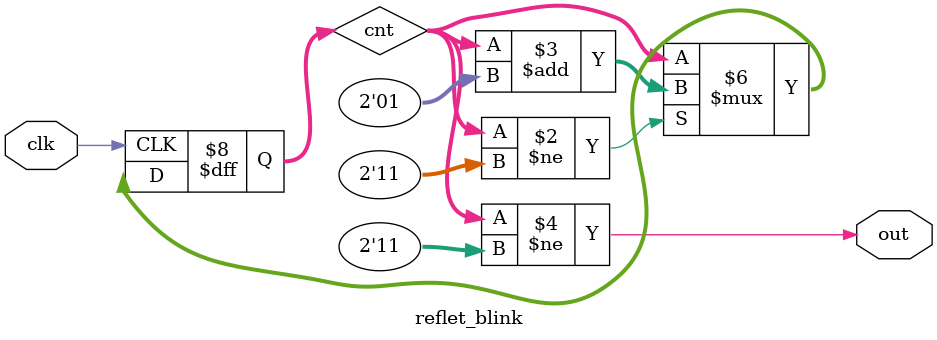
<source format=v>
/*-------------------------------------------\
|This module is output a signal for 3 clock  |
|cycles at the starting of the FPGA then shut|
|down definitively. It is ment to bootstrap a|
|reset signal to initialize all modules.     |
\-------------------------------------------*/

module reflet_blink (
    input clk,
    output out
    );

    reg [1:0] cnt = 0;
    
    always @ (posedge clk)
        if(cnt != 2'b11)
            cnt <= cnt + 2'b1;

    assign out = cnt != 2'b11;

endmodule


</source>
